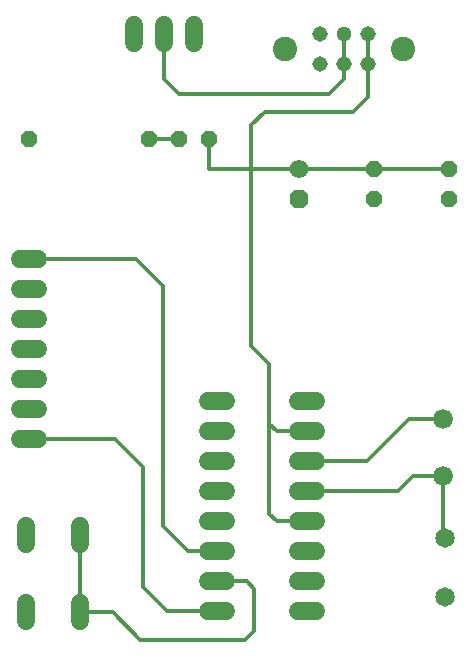
<source format=gbr>
G04 EAGLE Gerber RS-274X export*
G75*
%MOMM*%
%FSLAX34Y34*%
%LPD*%
%INTop Copper*%
%IPPOS*%
%AMOC8*
5,1,8,0,0,1.08239X$1,22.5*%
G01*
%ADD10P,1.704548X8X292.500000*%
%ADD11C,1.574800*%
%ADD12P,1.429621X8X292.500000*%
%ADD13C,1.650000*%
%ADD14C,1.524000*%
%ADD15C,1.676400*%
%ADD16C,1.508000*%
%ADD17P,1.429621X8X202.500000*%
%ADD18P,1.429621X8X22.500000*%
%ADD19C,1.308000*%
%ADD20C,1.295400*%
%ADD21C,2.057400*%
%ADD22C,0.304800*%
D10*
X254000Y469900D03*
D11*
X254000Y495300D03*
D12*
X317500Y495300D03*
X317500Y469900D03*
X381000Y495300D03*
X381000Y469900D03*
D13*
X377190Y182480D03*
X377190Y132480D03*
D14*
X33020Y419100D02*
X17780Y419100D01*
X17780Y393700D02*
X33020Y393700D01*
X33020Y368300D02*
X17780Y368300D01*
X17780Y342900D02*
X33020Y342900D01*
X33020Y317500D02*
X17780Y317500D01*
X17780Y292100D02*
X33020Y292100D01*
X33020Y266700D02*
X17780Y266700D01*
D15*
X375920Y234950D03*
X375920Y283210D03*
D14*
X68326Y192532D02*
X68326Y177292D01*
X23114Y177292D02*
X23114Y192532D01*
X68326Y127508D02*
X68326Y112268D01*
X23114Y112268D02*
X23114Y127508D01*
D16*
X176610Y298450D02*
X191690Y298450D01*
X191690Y273050D02*
X176610Y273050D01*
X176610Y146050D02*
X191690Y146050D01*
X191690Y120650D02*
X176610Y120650D01*
X176610Y247650D02*
X191690Y247650D01*
X191690Y222250D02*
X176610Y222250D01*
X176610Y171450D02*
X191690Y171450D01*
X191690Y196850D02*
X176610Y196850D01*
X252810Y120650D02*
X267890Y120650D01*
X267890Y146050D02*
X252810Y146050D01*
X252810Y171450D02*
X267890Y171450D01*
X267890Y196850D02*
X252810Y196850D01*
X252810Y222250D02*
X267890Y222250D01*
X267890Y247650D02*
X252810Y247650D01*
X252810Y273050D02*
X267890Y273050D01*
X267890Y298450D02*
X252810Y298450D01*
D14*
X165100Y601980D02*
X165100Y617220D01*
X139700Y617220D02*
X139700Y601980D01*
X114300Y601980D02*
X114300Y617220D01*
D17*
X177800Y520700D03*
X152400Y520700D03*
D18*
X25400Y520700D03*
X127000Y520700D03*
D19*
X272034Y609600D03*
D20*
X292100Y609600D03*
D19*
X312166Y609600D03*
X272034Y584200D03*
X292100Y584200D03*
X312166Y584200D03*
D21*
X242062Y596900D03*
X342138Y596900D03*
D22*
X254000Y495300D02*
X213360Y495300D01*
X254000Y495300D02*
X317500Y495300D01*
X381000Y495300D01*
X228600Y279400D02*
X228600Y203200D01*
X228600Y279400D02*
X228600Y330200D01*
X234950Y196850D02*
X260350Y196850D01*
X234950Y196850D02*
X228600Y203200D01*
X234950Y273050D02*
X260350Y273050D01*
X234950Y273050D02*
X228600Y279400D01*
X213360Y345440D02*
X213360Y495300D01*
X213360Y345440D02*
X228600Y330200D01*
X213360Y495300D02*
X177800Y495300D01*
X177800Y520700D01*
X312166Y584200D02*
X312166Y609600D01*
X312166Y584200D02*
X312166Y556006D01*
X299720Y543560D01*
X224790Y543560D01*
X213360Y532130D01*
X213360Y495300D01*
X68326Y184912D02*
X68326Y119888D01*
X119380Y96520D02*
X208280Y96520D01*
X96012Y119888D02*
X68326Y119888D01*
X96012Y119888D02*
X119380Y96520D01*
X184150Y146050D02*
X209550Y146050D01*
X215900Y139700D01*
X215900Y104140D01*
X208280Y96520D01*
X260350Y247650D02*
X311150Y247650D01*
X346710Y283210D02*
X375920Y283210D01*
X346710Y283210D02*
X311150Y247650D01*
X350520Y234950D02*
X375920Y234950D01*
X350520Y234950D02*
X337820Y222250D01*
X260350Y222250D01*
X375920Y182646D02*
X377190Y182480D01*
X375920Y182646D02*
X375920Y234950D01*
X184150Y171450D02*
X160020Y171450D01*
X138430Y193040D02*
X138430Y396240D01*
X115570Y419100D01*
X25400Y419100D01*
X138430Y193040D02*
X160020Y171450D01*
X152400Y520700D02*
X127000Y520700D01*
X292100Y584200D02*
X292100Y609600D01*
X292100Y584200D02*
X292100Y571500D01*
X279400Y558800D01*
X152400Y558800D02*
X139700Y571500D01*
X139700Y609600D01*
X152400Y558800D02*
X279400Y558800D01*
X184150Y120650D02*
X142240Y120650D01*
X121920Y140970D01*
X121920Y242570D02*
X97790Y266700D01*
X25400Y266700D01*
X121920Y242570D02*
X121920Y140970D01*
M02*

</source>
